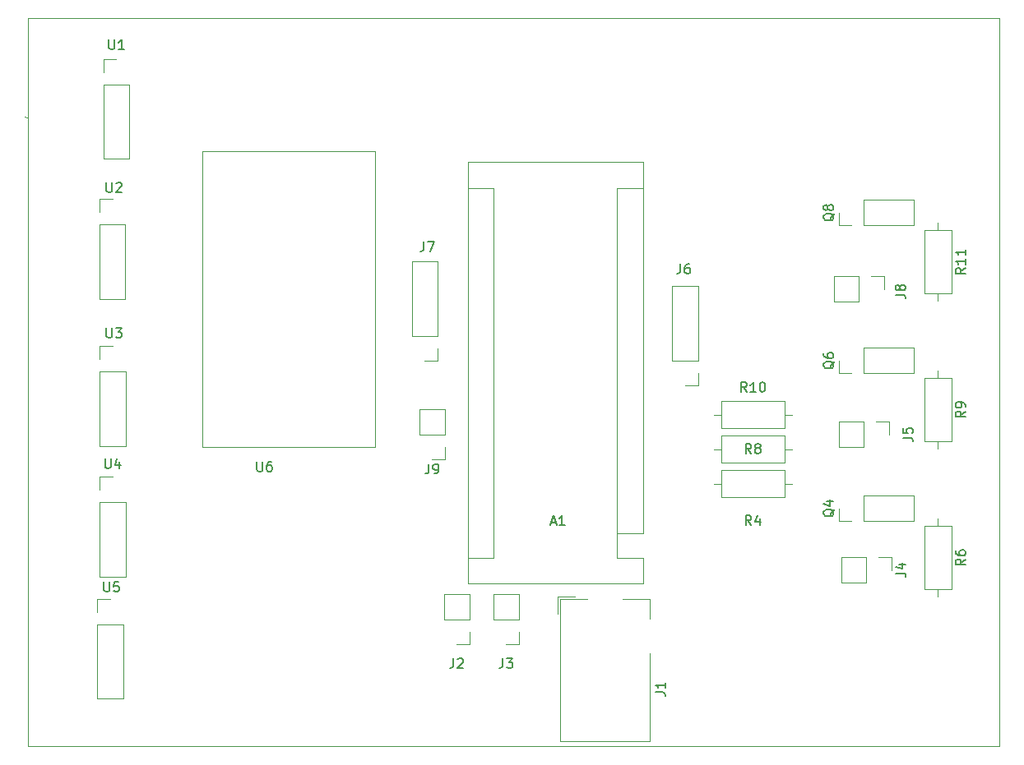
<source format=gbr>
G04 #@! TF.GenerationSoftware,KiCad,Pcbnew,(5.1.4)-1*
G04 #@! TF.CreationDate,2020-02-28T02:40:08+11:00*
G04 #@! TF.ProjectId,glove_pcb,676c6f76-655f-4706-9362-2e6b69636164,rev?*
G04 #@! TF.SameCoordinates,Original*
G04 #@! TF.FileFunction,Legend,Top*
G04 #@! TF.FilePolarity,Positive*
%FSLAX46Y46*%
G04 Gerber Fmt 4.6, Leading zero omitted, Abs format (unit mm)*
G04 Created by KiCad (PCBNEW (5.1.4)-1) date 2020-02-28 02:40:08*
%MOMM*%
%LPD*%
G04 APERTURE LIST*
%ADD10C,0.120000*%
%ADD11C,0.150000*%
G04 APERTURE END LIST*
D10*
X60000000Y-135000000D02*
X160000000Y-135000000D01*
X60000000Y-60000000D02*
X160000000Y-60000000D01*
X160000000Y-60000000D02*
X160000000Y-135000000D01*
X60000000Y-60000000D02*
X60000000Y-135000000D01*
X59690000Y-70104000D02*
X59944000Y-70231000D01*
X95758000Y-102920800D02*
X95758000Y-102920800D01*
X95758000Y-104190800D02*
X95758000Y-102920800D01*
X77978000Y-104190800D02*
X95758000Y-104190800D01*
X77978000Y-73710800D02*
X77978000Y-104190800D01*
X95758000Y-73710800D02*
X77978000Y-73710800D01*
X95758000Y-104190800D02*
X95758000Y-73710800D01*
X120650000Y-113030000D02*
X120650000Y-115570000D01*
X120650000Y-115570000D02*
X123320000Y-115570000D01*
X123320000Y-113030000D02*
X123320000Y-74800000D01*
X123320000Y-118240000D02*
X123320000Y-115570000D01*
X107950000Y-115570000D02*
X105280000Y-115570000D01*
X107950000Y-115570000D02*
X107950000Y-77470000D01*
X107950000Y-77470000D02*
X105280000Y-77470000D01*
X120650000Y-113030000D02*
X123320000Y-113030000D01*
X120650000Y-113030000D02*
X120650000Y-77470000D01*
X120650000Y-77470000D02*
X123320000Y-77470000D01*
X123320000Y-74800000D02*
X105280000Y-74800000D01*
X105280000Y-74800000D02*
X105280000Y-118240000D01*
X105280000Y-118240000D02*
X123320000Y-118240000D01*
X123980000Y-125450000D02*
X123980000Y-134450000D01*
X123980000Y-134450000D02*
X114780000Y-134450000D01*
X114780000Y-134450000D02*
X114780000Y-119850000D01*
X114780000Y-119850000D02*
X117580000Y-119850000D01*
X121180000Y-119850000D02*
X123980000Y-119850000D01*
X123980000Y-119850000D02*
X123980000Y-121850000D01*
X114540000Y-121350000D02*
X114540000Y-119610000D01*
X114540000Y-119610000D02*
X116280000Y-119610000D01*
X105470000Y-119320000D02*
X102810000Y-119320000D01*
X105470000Y-121920000D02*
X105470000Y-119320000D01*
X102810000Y-121920000D02*
X102810000Y-119320000D01*
X105470000Y-121920000D02*
X102810000Y-121920000D01*
X105470000Y-123190000D02*
X105470000Y-124520000D01*
X105470000Y-124520000D02*
X104140000Y-124520000D01*
X110550000Y-124520000D02*
X109220000Y-124520000D01*
X110550000Y-123190000D02*
X110550000Y-124520000D01*
X110550000Y-121920000D02*
X107890000Y-121920000D01*
X107890000Y-121920000D02*
X107890000Y-119320000D01*
X110550000Y-121920000D02*
X110550000Y-119320000D01*
X110550000Y-119320000D02*
X107890000Y-119320000D01*
X148904000Y-115510000D02*
X148904000Y-116840000D01*
X147574000Y-115510000D02*
X148904000Y-115510000D01*
X146304000Y-115510000D02*
X146304000Y-118170000D01*
X146304000Y-118170000D02*
X143704000Y-118170000D01*
X146304000Y-115510000D02*
X143704000Y-115510000D01*
X143704000Y-115510000D02*
X143704000Y-118170000D01*
X143450000Y-101540000D02*
X143450000Y-104200000D01*
X146050000Y-101540000D02*
X143450000Y-101540000D01*
X146050000Y-104200000D02*
X143450000Y-104200000D01*
X146050000Y-101540000D02*
X146050000Y-104200000D01*
X147320000Y-101540000D02*
X148650000Y-101540000D01*
X148650000Y-101540000D02*
X148650000Y-102870000D01*
X128965000Y-97850000D02*
X127635000Y-97850000D01*
X128965000Y-96520000D02*
X128965000Y-97850000D01*
X128965000Y-95250000D02*
X126305000Y-95250000D01*
X126305000Y-95250000D02*
X126305000Y-87570000D01*
X128965000Y-95250000D02*
X128965000Y-87570000D01*
X128965000Y-87570000D02*
X126305000Y-87570000D01*
X102168000Y-85030000D02*
X99508000Y-85030000D01*
X102168000Y-92710000D02*
X102168000Y-85030000D01*
X99508000Y-92710000D02*
X99508000Y-85030000D01*
X102168000Y-92710000D02*
X99508000Y-92710000D01*
X102168000Y-93980000D02*
X102168000Y-95310000D01*
X102168000Y-95310000D02*
X100838000Y-95310000D01*
X148142000Y-86554000D02*
X148142000Y-87884000D01*
X146812000Y-86554000D02*
X148142000Y-86554000D01*
X145542000Y-86554000D02*
X145542000Y-89214000D01*
X145542000Y-89214000D02*
X142942000Y-89214000D01*
X145542000Y-86554000D02*
X142942000Y-86554000D01*
X142942000Y-86554000D02*
X142942000Y-89214000D01*
X102930000Y-100270000D02*
X100270000Y-100270000D01*
X102930000Y-102870000D02*
X102930000Y-100270000D01*
X100270000Y-102870000D02*
X100270000Y-100270000D01*
X102930000Y-102870000D02*
X100270000Y-102870000D01*
X102930000Y-104140000D02*
X102930000Y-105470000D01*
X102930000Y-105470000D02*
X101600000Y-105470000D01*
X131350000Y-106580000D02*
X131350000Y-109320000D01*
X131350000Y-109320000D02*
X137890000Y-109320000D01*
X137890000Y-109320000D02*
X137890000Y-106580000D01*
X137890000Y-106580000D02*
X131350000Y-106580000D01*
X130580000Y-107950000D02*
X131350000Y-107950000D01*
X138660000Y-107950000D02*
X137890000Y-107950000D01*
X153670000Y-119610000D02*
X153670000Y-118840000D01*
X153670000Y-111530000D02*
X153670000Y-112300000D01*
X155040000Y-118840000D02*
X155040000Y-112300000D01*
X152300000Y-118840000D02*
X155040000Y-118840000D01*
X152300000Y-112300000D02*
X152300000Y-118840000D01*
X155040000Y-112300000D02*
X152300000Y-112300000D01*
X138660000Y-104394000D02*
X137890000Y-104394000D01*
X130580000Y-104394000D02*
X131350000Y-104394000D01*
X137890000Y-103024000D02*
X131350000Y-103024000D01*
X137890000Y-105764000D02*
X137890000Y-103024000D01*
X131350000Y-105764000D02*
X137890000Y-105764000D01*
X131350000Y-103024000D02*
X131350000Y-105764000D01*
X155040000Y-97060000D02*
X152300000Y-97060000D01*
X152300000Y-97060000D02*
X152300000Y-103600000D01*
X152300000Y-103600000D02*
X155040000Y-103600000D01*
X155040000Y-103600000D02*
X155040000Y-97060000D01*
X153670000Y-96290000D02*
X153670000Y-97060000D01*
X153670000Y-104370000D02*
X153670000Y-103600000D01*
X131350000Y-99468000D02*
X131350000Y-102208000D01*
X131350000Y-102208000D02*
X137890000Y-102208000D01*
X137890000Y-102208000D02*
X137890000Y-99468000D01*
X137890000Y-99468000D02*
X131350000Y-99468000D01*
X130580000Y-100838000D02*
X131350000Y-100838000D01*
X138660000Y-100838000D02*
X137890000Y-100838000D01*
X153670000Y-89130000D02*
X153670000Y-88360000D01*
X153670000Y-81050000D02*
X153670000Y-81820000D01*
X155040000Y-88360000D02*
X155040000Y-81820000D01*
X152300000Y-88360000D02*
X155040000Y-88360000D01*
X152300000Y-81820000D02*
X152300000Y-88360000D01*
X155040000Y-81820000D02*
X152300000Y-81820000D01*
X67758000Y-64202000D02*
X69088000Y-64202000D01*
X67758000Y-65532000D02*
X67758000Y-64202000D01*
X67758000Y-66802000D02*
X70418000Y-66802000D01*
X70418000Y-66802000D02*
X70418000Y-74482000D01*
X67758000Y-66802000D02*
X67758000Y-74482000D01*
X67758000Y-74482000D02*
X70418000Y-74482000D01*
X67351600Y-88909200D02*
X70011600Y-88909200D01*
X67351600Y-81229200D02*
X67351600Y-88909200D01*
X70011600Y-81229200D02*
X70011600Y-88909200D01*
X67351600Y-81229200D02*
X70011600Y-81229200D01*
X67351600Y-79959200D02*
X67351600Y-78629200D01*
X67351600Y-78629200D02*
X68681600Y-78629200D01*
X67377000Y-104073000D02*
X70037000Y-104073000D01*
X67377000Y-96393000D02*
X67377000Y-104073000D01*
X70037000Y-96393000D02*
X70037000Y-104073000D01*
X67377000Y-96393000D02*
X70037000Y-96393000D01*
X67377000Y-95123000D02*
X67377000Y-93793000D01*
X67377000Y-93793000D02*
X68707000Y-93793000D01*
X67377000Y-107255000D02*
X68707000Y-107255000D01*
X67377000Y-108585000D02*
X67377000Y-107255000D01*
X67377000Y-109855000D02*
X70037000Y-109855000D01*
X70037000Y-109855000D02*
X70037000Y-117535000D01*
X67377000Y-109855000D02*
X67377000Y-117535000D01*
X67377000Y-117535000D02*
X70037000Y-117535000D01*
X67123000Y-130108000D02*
X69783000Y-130108000D01*
X67123000Y-122428000D02*
X67123000Y-130108000D01*
X69783000Y-122428000D02*
X69783000Y-130108000D01*
X67123000Y-122428000D02*
X69783000Y-122428000D01*
X67123000Y-121158000D02*
X67123000Y-119828000D01*
X67123000Y-119828000D02*
X68453000Y-119828000D01*
X151190000Y-111820000D02*
X151190000Y-109160000D01*
X146050000Y-111820000D02*
X151190000Y-111820000D01*
X146050000Y-109160000D02*
X151190000Y-109160000D01*
X146050000Y-111820000D02*
X146050000Y-109160000D01*
X144780000Y-111820000D02*
X143450000Y-111820000D01*
X143450000Y-111820000D02*
X143450000Y-110490000D01*
X143450000Y-96580000D02*
X143450000Y-95250000D01*
X144780000Y-96580000D02*
X143450000Y-96580000D01*
X146050000Y-96580000D02*
X146050000Y-93920000D01*
X146050000Y-93920000D02*
X151190000Y-93920000D01*
X146050000Y-96580000D02*
X151190000Y-96580000D01*
X151190000Y-96580000D02*
X151190000Y-93920000D01*
X151190000Y-81340000D02*
X151190000Y-78680000D01*
X146050000Y-81340000D02*
X151190000Y-81340000D01*
X146050000Y-78680000D02*
X151190000Y-78680000D01*
X146050000Y-81340000D02*
X146050000Y-78680000D01*
X144780000Y-81340000D02*
X143450000Y-81340000D01*
X143450000Y-81340000D02*
X143450000Y-80010000D01*
D11*
X83566095Y-105683180D02*
X83566095Y-106492704D01*
X83613714Y-106587942D01*
X83661333Y-106635561D01*
X83756571Y-106683180D01*
X83947047Y-106683180D01*
X84042285Y-106635561D01*
X84089904Y-106587942D01*
X84137523Y-106492704D01*
X84137523Y-105683180D01*
X85042285Y-105683180D02*
X84851809Y-105683180D01*
X84756571Y-105730800D01*
X84708952Y-105778419D01*
X84613714Y-105921276D01*
X84566095Y-106111752D01*
X84566095Y-106492704D01*
X84613714Y-106587942D01*
X84661333Y-106635561D01*
X84756571Y-106683180D01*
X84947047Y-106683180D01*
X85042285Y-106635561D01*
X85089904Y-106587942D01*
X85137523Y-106492704D01*
X85137523Y-106254609D01*
X85089904Y-106159371D01*
X85042285Y-106111752D01*
X84947047Y-106064133D01*
X84756571Y-106064133D01*
X84661333Y-106111752D01*
X84613714Y-106159371D01*
X84566095Y-106254609D01*
X113839714Y-111926666D02*
X114315904Y-111926666D01*
X113744476Y-112212380D02*
X114077809Y-111212380D01*
X114411142Y-112212380D01*
X115268285Y-112212380D02*
X114696857Y-112212380D01*
X114982571Y-112212380D02*
X114982571Y-111212380D01*
X114887333Y-111355238D01*
X114792095Y-111450476D01*
X114696857Y-111498095D01*
X124582380Y-129433333D02*
X125296666Y-129433333D01*
X125439523Y-129480952D01*
X125534761Y-129576190D01*
X125582380Y-129719047D01*
X125582380Y-129814285D01*
X125582380Y-128433333D02*
X125582380Y-129004761D01*
X125582380Y-128719047D02*
X124582380Y-128719047D01*
X124725238Y-128814285D01*
X124820476Y-128909523D01*
X124868095Y-129004761D01*
X103806666Y-125944380D02*
X103806666Y-126658666D01*
X103759047Y-126801523D01*
X103663809Y-126896761D01*
X103520952Y-126944380D01*
X103425714Y-126944380D01*
X104235238Y-126039619D02*
X104282857Y-125992000D01*
X104378095Y-125944380D01*
X104616190Y-125944380D01*
X104711428Y-125992000D01*
X104759047Y-126039619D01*
X104806666Y-126134857D01*
X104806666Y-126230095D01*
X104759047Y-126372952D01*
X104187619Y-126944380D01*
X104806666Y-126944380D01*
X108886666Y-125944380D02*
X108886666Y-126658666D01*
X108839047Y-126801523D01*
X108743809Y-126896761D01*
X108600952Y-126944380D01*
X108505714Y-126944380D01*
X109267619Y-125944380D02*
X109886666Y-125944380D01*
X109553333Y-126325333D01*
X109696190Y-126325333D01*
X109791428Y-126372952D01*
X109839047Y-126420571D01*
X109886666Y-126515809D01*
X109886666Y-126753904D01*
X109839047Y-126849142D01*
X109791428Y-126896761D01*
X109696190Y-126944380D01*
X109410476Y-126944380D01*
X109315238Y-126896761D01*
X109267619Y-126849142D01*
X149356380Y-117173333D02*
X150070666Y-117173333D01*
X150213523Y-117220952D01*
X150308761Y-117316190D01*
X150356380Y-117459047D01*
X150356380Y-117554285D01*
X149689714Y-116268571D02*
X150356380Y-116268571D01*
X149308761Y-116506666D02*
X150023047Y-116744761D01*
X150023047Y-116125714D01*
X150074380Y-103203333D02*
X150788666Y-103203333D01*
X150931523Y-103250952D01*
X151026761Y-103346190D01*
X151074380Y-103489047D01*
X151074380Y-103584285D01*
X150074380Y-102250952D02*
X150074380Y-102727142D01*
X150550571Y-102774761D01*
X150502952Y-102727142D01*
X150455333Y-102631904D01*
X150455333Y-102393809D01*
X150502952Y-102298571D01*
X150550571Y-102250952D01*
X150645809Y-102203333D01*
X150883904Y-102203333D01*
X150979142Y-102250952D01*
X151026761Y-102298571D01*
X151074380Y-102393809D01*
X151074380Y-102631904D01*
X151026761Y-102727142D01*
X150979142Y-102774761D01*
X127174666Y-85304380D02*
X127174666Y-86018666D01*
X127127047Y-86161523D01*
X127031809Y-86256761D01*
X126888952Y-86304380D01*
X126793714Y-86304380D01*
X128079428Y-85304380D02*
X127888952Y-85304380D01*
X127793714Y-85352000D01*
X127746095Y-85399619D01*
X127650857Y-85542476D01*
X127603238Y-85732952D01*
X127603238Y-86113904D01*
X127650857Y-86209142D01*
X127698476Y-86256761D01*
X127793714Y-86304380D01*
X127984190Y-86304380D01*
X128079428Y-86256761D01*
X128127047Y-86209142D01*
X128174666Y-86113904D01*
X128174666Y-85875809D01*
X128127047Y-85780571D01*
X128079428Y-85732952D01*
X127984190Y-85685333D01*
X127793714Y-85685333D01*
X127698476Y-85732952D01*
X127650857Y-85780571D01*
X127603238Y-85875809D01*
X100758666Y-83018380D02*
X100758666Y-83732666D01*
X100711047Y-83875523D01*
X100615809Y-83970761D01*
X100472952Y-84018380D01*
X100377714Y-84018380D01*
X101139619Y-83018380D02*
X101806285Y-83018380D01*
X101377714Y-84018380D01*
X149312380Y-88471333D02*
X150026666Y-88471333D01*
X150169523Y-88518952D01*
X150264761Y-88614190D01*
X150312380Y-88757047D01*
X150312380Y-88852285D01*
X149740952Y-87852285D02*
X149693333Y-87947523D01*
X149645714Y-87995142D01*
X149550476Y-88042761D01*
X149502857Y-88042761D01*
X149407619Y-87995142D01*
X149360000Y-87947523D01*
X149312380Y-87852285D01*
X149312380Y-87661809D01*
X149360000Y-87566571D01*
X149407619Y-87518952D01*
X149502857Y-87471333D01*
X149550476Y-87471333D01*
X149645714Y-87518952D01*
X149693333Y-87566571D01*
X149740952Y-87661809D01*
X149740952Y-87852285D01*
X149788571Y-87947523D01*
X149836190Y-87995142D01*
X149931428Y-88042761D01*
X150121904Y-88042761D01*
X150217142Y-87995142D01*
X150264761Y-87947523D01*
X150312380Y-87852285D01*
X150312380Y-87661809D01*
X150264761Y-87566571D01*
X150217142Y-87518952D01*
X150121904Y-87471333D01*
X149931428Y-87471333D01*
X149836190Y-87518952D01*
X149788571Y-87566571D01*
X149740952Y-87661809D01*
X101266666Y-105922380D02*
X101266666Y-106636666D01*
X101219047Y-106779523D01*
X101123809Y-106874761D01*
X100980952Y-106922380D01*
X100885714Y-106922380D01*
X101790476Y-106922380D02*
X101980952Y-106922380D01*
X102076190Y-106874761D01*
X102123809Y-106827142D01*
X102219047Y-106684285D01*
X102266666Y-106493809D01*
X102266666Y-106112857D01*
X102219047Y-106017619D01*
X102171428Y-105970000D01*
X102076190Y-105922380D01*
X101885714Y-105922380D01*
X101790476Y-105970000D01*
X101742857Y-106017619D01*
X101695238Y-106112857D01*
X101695238Y-106350952D01*
X101742857Y-106446190D01*
X101790476Y-106493809D01*
X101885714Y-106541428D01*
X102076190Y-106541428D01*
X102171428Y-106493809D01*
X102219047Y-106446190D01*
X102266666Y-106350952D01*
X134453333Y-112212380D02*
X134120000Y-111736190D01*
X133881904Y-112212380D02*
X133881904Y-111212380D01*
X134262857Y-111212380D01*
X134358095Y-111260000D01*
X134405714Y-111307619D01*
X134453333Y-111402857D01*
X134453333Y-111545714D01*
X134405714Y-111640952D01*
X134358095Y-111688571D01*
X134262857Y-111736190D01*
X133881904Y-111736190D01*
X135310476Y-111545714D02*
X135310476Y-112212380D01*
X135072380Y-111164761D02*
X134834285Y-111879047D01*
X135453333Y-111879047D01*
X156492380Y-115736666D02*
X156016190Y-116070000D01*
X156492380Y-116308095D02*
X155492380Y-116308095D01*
X155492380Y-115927142D01*
X155540000Y-115831904D01*
X155587619Y-115784285D01*
X155682857Y-115736666D01*
X155825714Y-115736666D01*
X155920952Y-115784285D01*
X155968571Y-115831904D01*
X156016190Y-115927142D01*
X156016190Y-116308095D01*
X155492380Y-114879523D02*
X155492380Y-115070000D01*
X155540000Y-115165238D01*
X155587619Y-115212857D01*
X155730476Y-115308095D01*
X155920952Y-115355714D01*
X156301904Y-115355714D01*
X156397142Y-115308095D01*
X156444761Y-115260476D01*
X156492380Y-115165238D01*
X156492380Y-114974761D01*
X156444761Y-114879523D01*
X156397142Y-114831904D01*
X156301904Y-114784285D01*
X156063809Y-114784285D01*
X155968571Y-114831904D01*
X155920952Y-114879523D01*
X155873333Y-114974761D01*
X155873333Y-115165238D01*
X155920952Y-115260476D01*
X155968571Y-115308095D01*
X156063809Y-115355714D01*
X134453333Y-104846380D02*
X134120000Y-104370190D01*
X133881904Y-104846380D02*
X133881904Y-103846380D01*
X134262857Y-103846380D01*
X134358095Y-103894000D01*
X134405714Y-103941619D01*
X134453333Y-104036857D01*
X134453333Y-104179714D01*
X134405714Y-104274952D01*
X134358095Y-104322571D01*
X134262857Y-104370190D01*
X133881904Y-104370190D01*
X135024761Y-104274952D02*
X134929523Y-104227333D01*
X134881904Y-104179714D01*
X134834285Y-104084476D01*
X134834285Y-104036857D01*
X134881904Y-103941619D01*
X134929523Y-103894000D01*
X135024761Y-103846380D01*
X135215238Y-103846380D01*
X135310476Y-103894000D01*
X135358095Y-103941619D01*
X135405714Y-104036857D01*
X135405714Y-104084476D01*
X135358095Y-104179714D01*
X135310476Y-104227333D01*
X135215238Y-104274952D01*
X135024761Y-104274952D01*
X134929523Y-104322571D01*
X134881904Y-104370190D01*
X134834285Y-104465428D01*
X134834285Y-104655904D01*
X134881904Y-104751142D01*
X134929523Y-104798761D01*
X135024761Y-104846380D01*
X135215238Y-104846380D01*
X135310476Y-104798761D01*
X135358095Y-104751142D01*
X135405714Y-104655904D01*
X135405714Y-104465428D01*
X135358095Y-104370190D01*
X135310476Y-104322571D01*
X135215238Y-104274952D01*
X156492380Y-100496666D02*
X156016190Y-100830000D01*
X156492380Y-101068095D02*
X155492380Y-101068095D01*
X155492380Y-100687142D01*
X155540000Y-100591904D01*
X155587619Y-100544285D01*
X155682857Y-100496666D01*
X155825714Y-100496666D01*
X155920952Y-100544285D01*
X155968571Y-100591904D01*
X156016190Y-100687142D01*
X156016190Y-101068095D01*
X156492380Y-100020476D02*
X156492380Y-99830000D01*
X156444761Y-99734761D01*
X156397142Y-99687142D01*
X156254285Y-99591904D01*
X156063809Y-99544285D01*
X155682857Y-99544285D01*
X155587619Y-99591904D01*
X155540000Y-99639523D01*
X155492380Y-99734761D01*
X155492380Y-99925238D01*
X155540000Y-100020476D01*
X155587619Y-100068095D01*
X155682857Y-100115714D01*
X155920952Y-100115714D01*
X156016190Y-100068095D01*
X156063809Y-100020476D01*
X156111428Y-99925238D01*
X156111428Y-99734761D01*
X156063809Y-99639523D01*
X156016190Y-99591904D01*
X155920952Y-99544285D01*
X133977142Y-98496380D02*
X133643809Y-98020190D01*
X133405714Y-98496380D02*
X133405714Y-97496380D01*
X133786666Y-97496380D01*
X133881904Y-97544000D01*
X133929523Y-97591619D01*
X133977142Y-97686857D01*
X133977142Y-97829714D01*
X133929523Y-97924952D01*
X133881904Y-97972571D01*
X133786666Y-98020190D01*
X133405714Y-98020190D01*
X134929523Y-98496380D02*
X134358095Y-98496380D01*
X134643809Y-98496380D02*
X134643809Y-97496380D01*
X134548571Y-97639238D01*
X134453333Y-97734476D01*
X134358095Y-97782095D01*
X135548571Y-97496380D02*
X135643809Y-97496380D01*
X135739047Y-97544000D01*
X135786666Y-97591619D01*
X135834285Y-97686857D01*
X135881904Y-97877333D01*
X135881904Y-98115428D01*
X135834285Y-98305904D01*
X135786666Y-98401142D01*
X135739047Y-98448761D01*
X135643809Y-98496380D01*
X135548571Y-98496380D01*
X135453333Y-98448761D01*
X135405714Y-98401142D01*
X135358095Y-98305904D01*
X135310476Y-98115428D01*
X135310476Y-97877333D01*
X135358095Y-97686857D01*
X135405714Y-97591619D01*
X135453333Y-97544000D01*
X135548571Y-97496380D01*
X156492380Y-85732857D02*
X156016190Y-86066190D01*
X156492380Y-86304285D02*
X155492380Y-86304285D01*
X155492380Y-85923333D01*
X155540000Y-85828095D01*
X155587619Y-85780476D01*
X155682857Y-85732857D01*
X155825714Y-85732857D01*
X155920952Y-85780476D01*
X155968571Y-85828095D01*
X156016190Y-85923333D01*
X156016190Y-86304285D01*
X156492380Y-84780476D02*
X156492380Y-85351904D01*
X156492380Y-85066190D02*
X155492380Y-85066190D01*
X155635238Y-85161428D01*
X155730476Y-85256666D01*
X155778095Y-85351904D01*
X156492380Y-83828095D02*
X156492380Y-84399523D01*
X156492380Y-84113809D02*
X155492380Y-84113809D01*
X155635238Y-84209047D01*
X155730476Y-84304285D01*
X155778095Y-84399523D01*
X68326095Y-62190380D02*
X68326095Y-62999904D01*
X68373714Y-63095142D01*
X68421333Y-63142761D01*
X68516571Y-63190380D01*
X68707047Y-63190380D01*
X68802285Y-63142761D01*
X68849904Y-63095142D01*
X68897523Y-62999904D01*
X68897523Y-62190380D01*
X69897523Y-63190380D02*
X69326095Y-63190380D01*
X69611809Y-63190380D02*
X69611809Y-62190380D01*
X69516571Y-62333238D01*
X69421333Y-62428476D01*
X69326095Y-62476095D01*
X68072095Y-76922380D02*
X68072095Y-77731904D01*
X68119714Y-77827142D01*
X68167333Y-77874761D01*
X68262571Y-77922380D01*
X68453047Y-77922380D01*
X68548285Y-77874761D01*
X68595904Y-77827142D01*
X68643523Y-77731904D01*
X68643523Y-76922380D01*
X69072095Y-77017619D02*
X69119714Y-76970000D01*
X69214952Y-76922380D01*
X69453047Y-76922380D01*
X69548285Y-76970000D01*
X69595904Y-77017619D01*
X69643523Y-77112857D01*
X69643523Y-77208095D01*
X69595904Y-77350952D01*
X69024476Y-77922380D01*
X69643523Y-77922380D01*
X68072095Y-91908380D02*
X68072095Y-92717904D01*
X68119714Y-92813142D01*
X68167333Y-92860761D01*
X68262571Y-92908380D01*
X68453047Y-92908380D01*
X68548285Y-92860761D01*
X68595904Y-92813142D01*
X68643523Y-92717904D01*
X68643523Y-91908380D01*
X69024476Y-91908380D02*
X69643523Y-91908380D01*
X69310190Y-92289333D01*
X69453047Y-92289333D01*
X69548285Y-92336952D01*
X69595904Y-92384571D01*
X69643523Y-92479809D01*
X69643523Y-92717904D01*
X69595904Y-92813142D01*
X69548285Y-92860761D01*
X69453047Y-92908380D01*
X69167333Y-92908380D01*
X69072095Y-92860761D01*
X69024476Y-92813142D01*
X67945095Y-105370380D02*
X67945095Y-106179904D01*
X67992714Y-106275142D01*
X68040333Y-106322761D01*
X68135571Y-106370380D01*
X68326047Y-106370380D01*
X68421285Y-106322761D01*
X68468904Y-106275142D01*
X68516523Y-106179904D01*
X68516523Y-105370380D01*
X69421285Y-105703714D02*
X69421285Y-106370380D01*
X69183190Y-105322761D02*
X68945095Y-106037047D01*
X69564142Y-106037047D01*
X67818095Y-118070380D02*
X67818095Y-118879904D01*
X67865714Y-118975142D01*
X67913333Y-119022761D01*
X68008571Y-119070380D01*
X68199047Y-119070380D01*
X68294285Y-119022761D01*
X68341904Y-118975142D01*
X68389523Y-118879904D01*
X68389523Y-118070380D01*
X69341904Y-118070380D02*
X68865714Y-118070380D01*
X68818095Y-118546571D01*
X68865714Y-118498952D01*
X68960952Y-118451333D01*
X69199047Y-118451333D01*
X69294285Y-118498952D01*
X69341904Y-118546571D01*
X69389523Y-118641809D01*
X69389523Y-118879904D01*
X69341904Y-118975142D01*
X69294285Y-119022761D01*
X69199047Y-119070380D01*
X68960952Y-119070380D01*
X68865714Y-119022761D01*
X68818095Y-118975142D01*
X142997619Y-110585238D02*
X142950000Y-110680476D01*
X142854761Y-110775714D01*
X142711904Y-110918571D01*
X142664285Y-111013809D01*
X142664285Y-111109047D01*
X142902380Y-111061428D02*
X142854761Y-111156666D01*
X142759523Y-111251904D01*
X142569047Y-111299523D01*
X142235714Y-111299523D01*
X142045238Y-111251904D01*
X141950000Y-111156666D01*
X141902380Y-111061428D01*
X141902380Y-110870952D01*
X141950000Y-110775714D01*
X142045238Y-110680476D01*
X142235714Y-110632857D01*
X142569047Y-110632857D01*
X142759523Y-110680476D01*
X142854761Y-110775714D01*
X142902380Y-110870952D01*
X142902380Y-111061428D01*
X142235714Y-109775714D02*
X142902380Y-109775714D01*
X141854761Y-110013809D02*
X142569047Y-110251904D01*
X142569047Y-109632857D01*
X142997619Y-95345238D02*
X142950000Y-95440476D01*
X142854761Y-95535714D01*
X142711904Y-95678571D01*
X142664285Y-95773809D01*
X142664285Y-95869047D01*
X142902380Y-95821428D02*
X142854761Y-95916666D01*
X142759523Y-96011904D01*
X142569047Y-96059523D01*
X142235714Y-96059523D01*
X142045238Y-96011904D01*
X141950000Y-95916666D01*
X141902380Y-95821428D01*
X141902380Y-95630952D01*
X141950000Y-95535714D01*
X142045238Y-95440476D01*
X142235714Y-95392857D01*
X142569047Y-95392857D01*
X142759523Y-95440476D01*
X142854761Y-95535714D01*
X142902380Y-95630952D01*
X142902380Y-95821428D01*
X141902380Y-94535714D02*
X141902380Y-94726190D01*
X141950000Y-94821428D01*
X141997619Y-94869047D01*
X142140476Y-94964285D01*
X142330952Y-95011904D01*
X142711904Y-95011904D01*
X142807142Y-94964285D01*
X142854761Y-94916666D01*
X142902380Y-94821428D01*
X142902380Y-94630952D01*
X142854761Y-94535714D01*
X142807142Y-94488095D01*
X142711904Y-94440476D01*
X142473809Y-94440476D01*
X142378571Y-94488095D01*
X142330952Y-94535714D01*
X142283333Y-94630952D01*
X142283333Y-94821428D01*
X142330952Y-94916666D01*
X142378571Y-94964285D01*
X142473809Y-95011904D01*
X142997619Y-80105238D02*
X142950000Y-80200476D01*
X142854761Y-80295714D01*
X142711904Y-80438571D01*
X142664285Y-80533809D01*
X142664285Y-80629047D01*
X142902380Y-80581428D02*
X142854761Y-80676666D01*
X142759523Y-80771904D01*
X142569047Y-80819523D01*
X142235714Y-80819523D01*
X142045238Y-80771904D01*
X141950000Y-80676666D01*
X141902380Y-80581428D01*
X141902380Y-80390952D01*
X141950000Y-80295714D01*
X142045238Y-80200476D01*
X142235714Y-80152857D01*
X142569047Y-80152857D01*
X142759523Y-80200476D01*
X142854761Y-80295714D01*
X142902380Y-80390952D01*
X142902380Y-80581428D01*
X142330952Y-79581428D02*
X142283333Y-79676666D01*
X142235714Y-79724285D01*
X142140476Y-79771904D01*
X142092857Y-79771904D01*
X141997619Y-79724285D01*
X141950000Y-79676666D01*
X141902380Y-79581428D01*
X141902380Y-79390952D01*
X141950000Y-79295714D01*
X141997619Y-79248095D01*
X142092857Y-79200476D01*
X142140476Y-79200476D01*
X142235714Y-79248095D01*
X142283333Y-79295714D01*
X142330952Y-79390952D01*
X142330952Y-79581428D01*
X142378571Y-79676666D01*
X142426190Y-79724285D01*
X142521428Y-79771904D01*
X142711904Y-79771904D01*
X142807142Y-79724285D01*
X142854761Y-79676666D01*
X142902380Y-79581428D01*
X142902380Y-79390952D01*
X142854761Y-79295714D01*
X142807142Y-79248095D01*
X142711904Y-79200476D01*
X142521428Y-79200476D01*
X142426190Y-79248095D01*
X142378571Y-79295714D01*
X142330952Y-79390952D01*
M02*

</source>
